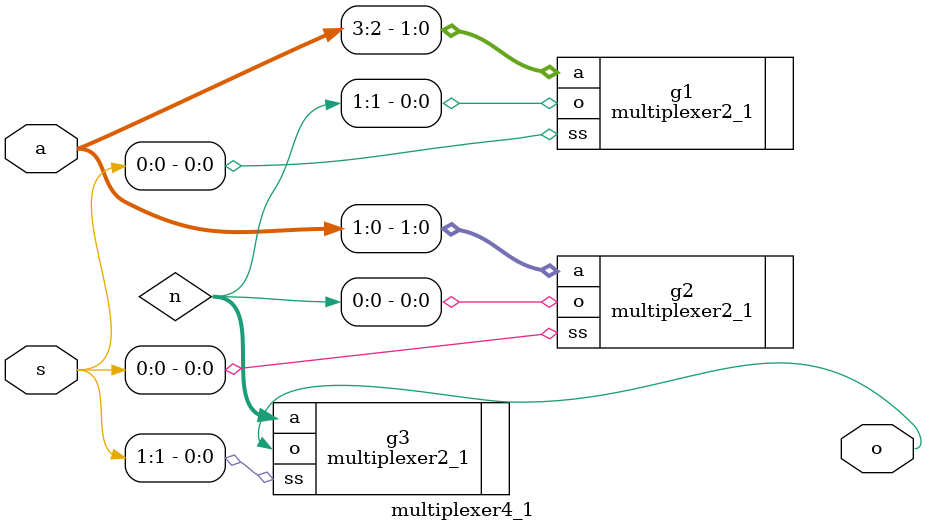
<source format=v>
`timescale 1ns / 1ps


module multiplexer4_1(input [3:0] a, input [1:0] s, output o);
    wire [1:0] n;
    multiplexer2_1 g1 (.a(a[3:2]), .ss(s[0]), .o(n[1]));
    multiplexer2_1 g2 (.a(a[1:0]), .ss(s[0]), .o(n[0]));
    multiplexer2_1 g3 (.a(n), .ss(s[1]), .o(o));
    
endmodule

</source>
